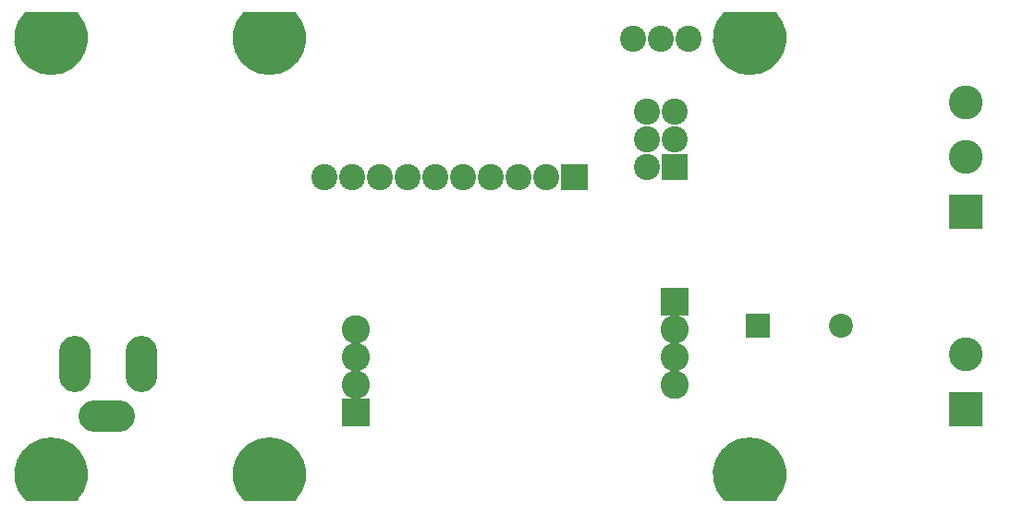
<source format=gbr>
%FSLAX34Y34*%
%MOMM*%
%LNSOLDERMASK_TOP*%
G71*
G01*
%ADD10C, 3.100*%
%ADD11C, 2.400*%
%ADD12C, 2.200*%
%ADD13C, 2.800*%
%ADD14C, 2.900*%
%ADD15C, 2.600*%
%ADD16C, 2.400*%
%ADD17C, 2.400*%
%ADD18C, 0.400*%
%LPD*%
G36*
X900025Y133025D02*
X900025Y164025D01*
X931025Y164025D01*
X931025Y133025D01*
X900025Y133025D01*
G37*
X915525Y198525D02*
G54D10*
D03*
G36*
X900025Y314000D02*
X900025Y345000D01*
X931025Y345000D01*
X931025Y314000D01*
X900025Y314000D01*
G37*
X915525Y379500D02*
G54D10*
D03*
X915525Y429500D02*
G54D10*
D03*
G36*
X660825Y358775D02*
X636825Y358775D01*
X636825Y382775D01*
X660825Y382775D01*
X660825Y358775D01*
G37*
X623425Y370775D02*
G54D11*
D03*
X648825Y396175D02*
G54D11*
D03*
X623425Y396175D02*
G54D11*
D03*
X648825Y421575D02*
G54D11*
D03*
X623425Y421575D02*
G54D11*
D03*
G36*
X714025Y235725D02*
X736025Y235725D01*
X736025Y213725D01*
X714025Y213725D01*
X714025Y235725D01*
G37*
X801225Y224725D02*
G54D12*
D03*
X159875Y192975D02*
G54D13*
D03*
X159875Y186625D02*
G54D13*
D03*
X159875Y196150D02*
G54D13*
D03*
X159875Y183450D02*
G54D13*
D03*
X159875Y199325D02*
G54D13*
D03*
X159875Y180275D02*
G54D13*
D03*
X159875Y197737D02*
G54D13*
D03*
X159875Y194562D02*
G54D13*
D03*
X159875Y181862D02*
G54D13*
D03*
X159875Y191387D02*
G54D13*
D03*
X159875Y188212D02*
G54D13*
D03*
X159875Y185037D02*
G54D13*
D03*
X99550Y192975D02*
G54D13*
D03*
X99550Y186625D02*
G54D13*
D03*
X99550Y196150D02*
G54D13*
D03*
X99550Y183450D02*
G54D13*
D03*
X99550Y199325D02*
G54D13*
D03*
X99550Y180275D02*
G54D13*
D03*
X99550Y197737D02*
G54D13*
D03*
X99550Y194562D02*
G54D13*
D03*
X99550Y181862D02*
G54D13*
D03*
X99550Y191387D02*
G54D13*
D03*
X99550Y188212D02*
G54D13*
D03*
X99550Y185037D02*
G54D13*
D03*
X131300Y142175D02*
G54D13*
D03*
X124950Y142175D02*
G54D13*
D03*
X134475Y142175D02*
G54D13*
D03*
X121775Y142175D02*
G54D13*
D03*
X137650Y142175D02*
G54D13*
D03*
X118600Y142175D02*
G54D13*
D03*
X136062Y142175D02*
G54D13*
D03*
X132887Y142175D02*
G54D13*
D03*
X120187Y142175D02*
G54D13*
D03*
X129712Y142175D02*
G54D13*
D03*
X126537Y142175D02*
G54D13*
D03*
X123362Y142175D02*
G54D13*
D03*
G54D14*
X159875Y201300D02*
X159875Y178300D01*
G54D14*
X99550Y201300D02*
X99550Y178300D01*
G54D14*
X139625Y142175D02*
X116625Y142175D01*
G36*
X661825Y259950D02*
X661825Y233950D01*
X635825Y233950D01*
X635825Y259950D01*
X661825Y259950D01*
G37*
X648825Y221550D02*
G54D15*
D03*
X648825Y196150D02*
G54D15*
D03*
X648825Y170750D02*
G54D15*
D03*
G36*
X343725Y132350D02*
X343725Y158350D01*
X369725Y158350D01*
X369725Y132350D01*
X343725Y132350D01*
G37*
X356725Y170750D02*
G54D15*
D03*
X356725Y196150D02*
G54D15*
D03*
X356725Y221550D02*
G54D15*
D03*
X328150Y361250D02*
G54D16*
D03*
X353550Y361250D02*
G54D16*
D03*
X378950Y361250D02*
G54D16*
D03*
X404350Y361250D02*
G54D16*
D03*
X429750Y361250D02*
G54D16*
D03*
X455150Y361250D02*
G54D16*
D03*
X480550Y361250D02*
G54D16*
D03*
X505950Y361250D02*
G54D16*
D03*
X531350Y361250D02*
G54D16*
D03*
G36*
X544750Y373250D02*
X568750Y373250D01*
X568750Y349250D01*
X544750Y349250D01*
X544750Y373250D01*
G37*
X661525Y488250D02*
G54D17*
D03*
X636125Y488250D02*
G54D17*
D03*
X610725Y488250D02*
G54D17*
D03*
G54D18*
G75*
G01X55002Y511048D02*
G03X99798Y511048I22398J-22398D01*
G01*
G36*
G75*
G01X55002Y511048D02*
G03X99798Y511048I22398J-22398D01*
G01*
G37*
X55002Y511048D01*
G54D18*
G75*
G01X255002Y511048D02*
G03X299798Y511048I22398J-22398D01*
G01*
G36*
G75*
G01X255002Y511048D02*
G03X299798Y511048I22398J-22398D01*
G01*
G37*
X255002Y511048D01*
G54D18*
G75*
G01X695002Y511048D02*
G03X739798Y511048I22398J-22398D01*
G01*
G36*
G75*
G01X695002Y511048D02*
G03X739798Y511048I22398J-22398D01*
G01*
G37*
X695002Y511048D01*
G54D18*
G75*
G01X739798Y66252D02*
G03X695002Y66252I-22398J22398D01*
G01*
G36*
G75*
G01X739798Y66252D02*
G03X695002Y66252I-22398J22398D01*
G01*
G37*
X739798Y66252D01*
G54D18*
G75*
G01X299798Y66252D02*
G03X255002Y66252I-22398J22398D01*
G01*
G36*
G75*
G01X299798Y66252D02*
G03X255002Y66252I-22398J22398D01*
G01*
G37*
X299798Y66252D01*
G54D18*
G75*
G01X99798Y66252D02*
G03X55002Y66252I-22398J22398D01*
G01*
G36*
G75*
G01X99798Y66252D02*
G03X55002Y66252I-22398J22398D01*
G01*
G37*
X99798Y66252D01*
M02*

</source>
